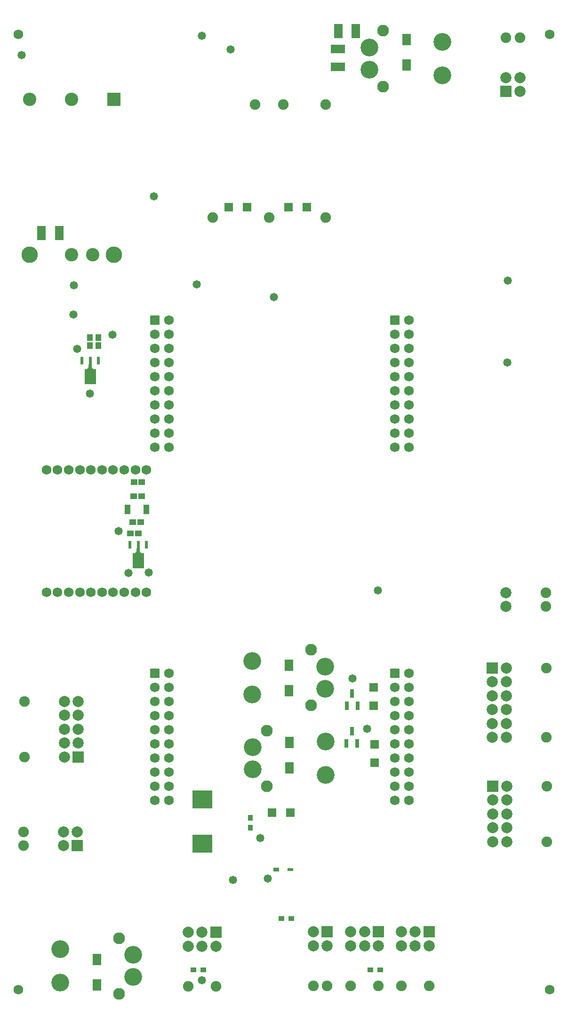
<source format=gbs>
G04*
G04 #@! TF.GenerationSoftware,Altium Limited,Altium Designer,18.1.9 (240)*
G04*
G04 Layer_Color=16711935*
%FSLAX25Y25*%
%MOIN*%
G70*
G01*
G75*
%ADD16R,0.06299X0.05906*%
%ADD18R,0.04737X0.04343*%
%ADD19R,0.03800X0.04000*%
%ADD21R,0.05906X0.06299*%
%ADD23R,0.14147X0.12611*%
%ADD31R,0.07887X0.07887*%
%ADD32C,0.07887*%
%ADD33C,0.07493*%
%ADD34R,0.07887X0.07887*%
%ADD35C,0.12611*%
%ADD36C,0.08280*%
%ADD37C,0.06800*%
G04:AMPARAMS|DCode=38|XSize=69.02mil|YSize=69.02mil|CornerRadius=5.83mil|HoleSize=0mil|Usage=FLASHONLY|Rotation=270.000|XOffset=0mil|YOffset=0mil|HoleType=Round|Shape=RoundedRectangle|*
%AMROUNDEDRECTD38*
21,1,0.06902,0.05736,0,0,270.0*
21,1,0.05736,0.06902,0,0,270.0*
1,1,0.01166,-0.02868,-0.02868*
1,1,0.01166,-0.02868,0.02868*
1,1,0.01166,0.02868,0.02868*
1,1,0.01166,0.02868,-0.02868*
%
%ADD38ROUNDEDRECTD38*%
%ADD39C,0.06902*%
%ADD40C,0.09461*%
%ADD41R,0.09461X0.09461*%
%ADD42C,0.11627*%
%ADD43C,0.05800*%
%ADD71R,0.06417X0.08000*%
%ADD72R,0.04000X0.03800*%
%ADD73R,0.04000X0.07100*%
%ADD74R,0.05906X0.09843*%
%ADD75R,0.09843X0.05906*%
%ADD77R,0.01900X0.05600*%
%ADD78R,0.02200X0.05600*%
%ADD83R,0.04000X0.03000*%
%ADD84R,0.04000X0.02400*%
%ADD85R,0.08280X0.10642*%
%ADD86R,0.03162X0.06312*%
%ADD87R,0.04343X0.04737*%
G36*
X97827Y324226D02*
X95627D01*
Y322190D01*
X93127Y319690D01*
Y311390D01*
X100327D01*
Y319690D01*
X97827Y322190D01*
Y324226D01*
D02*
G37*
G36*
X63797Y454482D02*
X61597D01*
Y452446D01*
X59097Y449946D01*
Y441646D01*
X66297D01*
Y449946D01*
X63797Y452446D01*
Y454482D01*
D02*
G37*
D16*
X264217Y185586D02*
D03*
X264216Y172594D02*
D03*
X263508Y225924D02*
D03*
X263507Y212932D02*
D03*
D18*
X92954Y342757D02*
D03*
X98466D02*
D03*
X96665Y334927D02*
D03*
X91153D02*
D03*
X98997Y361287D02*
D03*
X93485D02*
D03*
X99255Y371116D02*
D03*
X93743D02*
D03*
D19*
X176043Y133448D02*
D03*
Y126550D02*
D03*
D21*
X191544Y137159D02*
D03*
X204536Y137158D02*
D03*
X203134Y565941D02*
D03*
X216126Y565940D02*
D03*
X173826D02*
D03*
X160834Y565941D02*
D03*
D23*
X142117Y115268D02*
D03*
Y146370D02*
D03*
D31*
X151824Y52408D02*
D03*
X230572Y52716D02*
D03*
X266951Y52766D02*
D03*
X302746Y52767D02*
D03*
X357283Y647717D02*
D03*
D32*
X141982Y52408D02*
D03*
X132139D02*
D03*
X151824Y42566D02*
D03*
X141982D02*
D03*
X132139D02*
D03*
X230572Y42874D02*
D03*
X220729D02*
D03*
Y52716D02*
D03*
X43700Y113722D02*
D03*
Y123565D02*
D03*
X53542D02*
D03*
X357743Y155896D02*
D03*
X347901Y126369D02*
D03*
Y116526D02*
D03*
Y146054D02*
D03*
Y136211D02*
D03*
X357743Y126369D02*
D03*
Y116526D02*
D03*
Y136211D02*
D03*
Y146054D02*
D03*
X54213Y186457D02*
D03*
Y196299D02*
D03*
X44370Y186457D02*
D03*
Y196299D02*
D03*
Y215984D02*
D03*
Y206142D02*
D03*
X54213Y215984D02*
D03*
Y206142D02*
D03*
X44370Y176614D02*
D03*
X347572Y210134D02*
D03*
Y200292D02*
D03*
Y190449D02*
D03*
Y229819D02*
D03*
Y219977D02*
D03*
X357414D02*
D03*
Y210134D02*
D03*
Y200292D02*
D03*
Y190449D02*
D03*
Y229819D02*
D03*
Y239662D02*
D03*
X247266Y42924D02*
D03*
X257109D02*
D03*
X266951D02*
D03*
X247266Y52766D02*
D03*
X257109D02*
D03*
X283061Y42925D02*
D03*
X292903D02*
D03*
X302746D02*
D03*
X283061Y52767D02*
D03*
X292903D02*
D03*
X367126Y647717D02*
D03*
Y657559D02*
D03*
X357283D02*
D03*
X357173Y293005D02*
D03*
Y283162D02*
D03*
D33*
X151824Y14298D02*
D03*
X132139D02*
D03*
X230572Y14606D02*
D03*
X220729D02*
D03*
X15432Y113722D02*
D03*
Y123565D02*
D03*
X386011Y155896D02*
D03*
Y116526D02*
D03*
X16102Y215984D02*
D03*
Y176614D02*
D03*
X229394Y638689D02*
D03*
X179394D02*
D03*
X149394Y558689D02*
D03*
X229394D02*
D03*
X189394D02*
D03*
X199394Y638689D02*
D03*
X385682Y239662D02*
D03*
Y190449D02*
D03*
X247266Y14656D02*
D03*
X266951D02*
D03*
X283061Y14657D02*
D03*
X302746D02*
D03*
X367126Y685827D02*
D03*
X357283D02*
D03*
X385441Y293005D02*
D03*
Y283162D02*
D03*
D34*
X53542Y113722D02*
D03*
X347901Y155896D02*
D03*
X54213Y176614D02*
D03*
X347572Y239662D02*
D03*
D35*
X177857Y167779D02*
D03*
Y183527D02*
D03*
X229432Y187464D02*
D03*
Y163842D02*
D03*
X229168Y240663D02*
D03*
Y224915D02*
D03*
X177593Y220978D02*
D03*
Y244600D02*
D03*
X312008Y659204D02*
D03*
Y682826D02*
D03*
X260433Y678889D02*
D03*
Y663141D02*
D03*
X41541Y40435D02*
D03*
Y16813D02*
D03*
X93115Y20750D02*
D03*
Y36498D02*
D03*
D36*
X187700Y155968D02*
D03*
Y195338D02*
D03*
X219325Y252474D02*
D03*
Y213104D02*
D03*
X270276Y690700D02*
D03*
Y651330D02*
D03*
X83273Y8939D02*
D03*
Y48309D02*
D03*
D37*
X31709Y379816D02*
D03*
X39583D02*
D03*
X47457D02*
D03*
X55331D02*
D03*
X63205D02*
D03*
X71079D02*
D03*
X78953D02*
D03*
X86827D02*
D03*
X94701D02*
D03*
X102575D02*
D03*
Y293202D02*
D03*
X94701D02*
D03*
X86827D02*
D03*
X78953D02*
D03*
X71079D02*
D03*
X63205D02*
D03*
X55331D02*
D03*
X47457D02*
D03*
X39583D02*
D03*
X31709D02*
D03*
X388189Y11811D02*
D03*
X11811D02*
D03*
X11811Y688189D02*
D03*
X388189D02*
D03*
D38*
X108500Y485787D02*
D03*
X278500D02*
D03*
X108500Y235787D02*
D03*
X278500D02*
D03*
D39*
X108500Y475787D02*
D03*
Y465787D02*
D03*
Y455787D02*
D03*
Y445787D02*
D03*
Y435787D02*
D03*
Y425787D02*
D03*
Y415787D02*
D03*
Y405787D02*
D03*
Y395787D02*
D03*
X118500Y485787D02*
D03*
Y475787D02*
D03*
Y465787D02*
D03*
Y455787D02*
D03*
Y445787D02*
D03*
Y435787D02*
D03*
Y425787D02*
D03*
Y415787D02*
D03*
Y405787D02*
D03*
Y395787D02*
D03*
X288500D02*
D03*
Y405787D02*
D03*
Y415787D02*
D03*
Y425787D02*
D03*
Y435787D02*
D03*
Y445787D02*
D03*
Y455787D02*
D03*
Y465787D02*
D03*
Y475787D02*
D03*
Y485787D02*
D03*
X278500Y395787D02*
D03*
Y405787D02*
D03*
Y415787D02*
D03*
Y425787D02*
D03*
Y435787D02*
D03*
Y445787D02*
D03*
Y455787D02*
D03*
Y465787D02*
D03*
Y475787D02*
D03*
X108500Y225787D02*
D03*
Y215787D02*
D03*
Y205787D02*
D03*
Y195787D02*
D03*
Y185787D02*
D03*
Y175787D02*
D03*
Y165787D02*
D03*
Y155787D02*
D03*
Y145787D02*
D03*
X118500Y235787D02*
D03*
Y225787D02*
D03*
Y215787D02*
D03*
Y205787D02*
D03*
Y195787D02*
D03*
Y185787D02*
D03*
Y175787D02*
D03*
Y165787D02*
D03*
Y155787D02*
D03*
Y145787D02*
D03*
X288500D02*
D03*
Y155787D02*
D03*
Y165787D02*
D03*
Y175787D02*
D03*
Y185787D02*
D03*
Y195787D02*
D03*
Y205787D02*
D03*
Y215787D02*
D03*
Y225787D02*
D03*
Y235787D02*
D03*
X278500Y145787D02*
D03*
Y155787D02*
D03*
Y165787D02*
D03*
Y175787D02*
D03*
Y185787D02*
D03*
Y195787D02*
D03*
Y205787D02*
D03*
Y215787D02*
D03*
Y225787D02*
D03*
D40*
X49606Y642062D02*
D03*
X19685D02*
D03*
X49606Y532220D02*
D03*
X64567D02*
D03*
D41*
X79528Y642062D02*
D03*
D42*
Y532220D02*
D03*
X19685D02*
D03*
D43*
X358276Y455978D02*
D03*
X358401Y513857D02*
D03*
X14110Y673414D02*
D03*
X163915Y89546D02*
D03*
X141982Y18392D02*
D03*
X183266Y119326D02*
D03*
X188397Y90597D02*
D03*
X258865Y196650D02*
D03*
X248336Y232168D02*
D03*
X266546Y294575D02*
D03*
X82852Y336656D02*
D03*
X104026Y307173D02*
D03*
X89847Y307027D02*
D03*
X53337Y465634D02*
D03*
X78428Y475491D02*
D03*
X62537Y433754D02*
D03*
X138080Y511200D02*
D03*
X192770Y502230D02*
D03*
X107944Y573454D02*
D03*
X162160Y677650D02*
D03*
X141690Y687210D02*
D03*
X50876Y489813D02*
D03*
X51030Y510680D02*
D03*
D71*
X286811Y666493D02*
D03*
Y684493D02*
D03*
X203365Y223524D02*
D03*
Y241524D02*
D03*
X203891Y169013D02*
D03*
Y187013D02*
D03*
X67472Y15175D02*
D03*
Y33175D02*
D03*
D72*
X135800Y25724D02*
D03*
X142698D02*
D03*
X261123Y25766D02*
D03*
X268021D02*
D03*
X198206Y62118D02*
D03*
X205104D02*
D03*
D73*
X89137Y351911D02*
D03*
X102537D02*
D03*
D74*
X238387Y690551D02*
D03*
X250985D02*
D03*
X28229Y547449D02*
D03*
X40828D02*
D03*
D75*
X238229Y677757D02*
D03*
Y665158D02*
D03*
D77*
X68603Y457282D02*
D03*
X56792D02*
D03*
X90821Y327026D02*
D03*
X102632D02*
D03*
D78*
X62697Y457282D02*
D03*
X96727Y327026D02*
D03*
D83*
X194556Y96924D02*
D03*
D84*
X204356D02*
D03*
D85*
X62737Y445939D02*
D03*
X96766Y315683D02*
D03*
D86*
X248058Y194732D02*
D03*
X244318Y186070D02*
D03*
X251798D02*
D03*
X248319Y221465D02*
D03*
X244579Y212803D02*
D03*
X252059D02*
D03*
D87*
X62637Y473466D02*
D03*
Y467954D02*
D03*
X68567Y467998D02*
D03*
Y473510D02*
D03*
M02*

</source>
